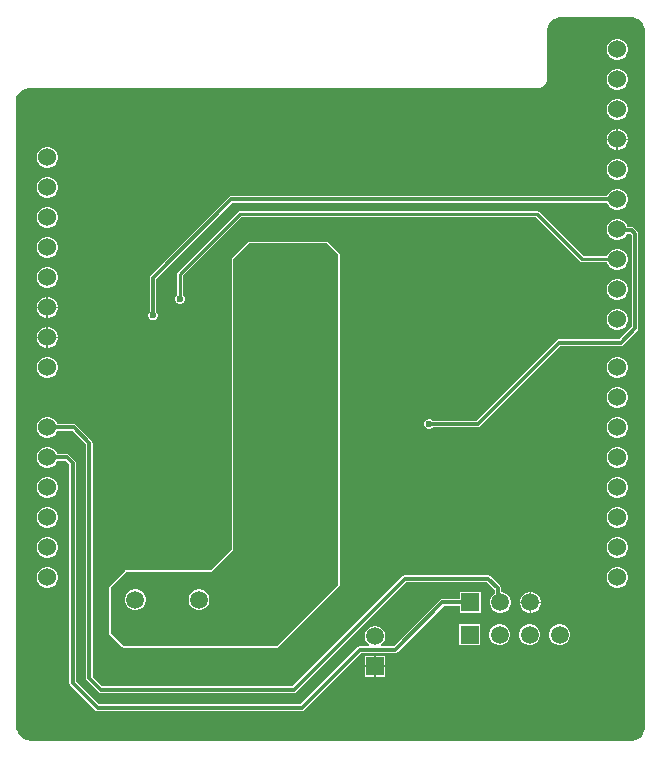
<source format=gbl>
G04*
G04 #@! TF.GenerationSoftware,Altium Limited,Altium Designer,21.2.0 (30)*
G04*
G04 Layer_Physical_Order=2*
G04 Layer_Color=16711680*
%FSLAX25Y25*%
%MOIN*%
G70*
G04*
G04 #@! TF.SameCoordinates,23E6F6A8-B4C1-47F9-9D7B-204F1C257D05*
G04*
G04*
G04 #@! TF.FilePolarity,Positive*
G04*
G01*
G75*
%ADD10C,0.00984*%
%ADD42C,0.01181*%
%ADD43C,0.05906*%
%ADD44R,0.05906X0.05906*%
%ADD45R,0.05906X0.05906*%
%ADD46C,0.06000*%
%ADD47C,0.02362*%
G36*
X206017Y240481D02*
X206823Y240147D01*
X207549Y239662D01*
X208166Y239045D01*
X208651Y238319D01*
X208985Y237513D01*
X209155Y236657D01*
Y236221D01*
Y3937D01*
Y3501D01*
X208985Y2645D01*
X208651Y1838D01*
X208166Y1113D01*
X207549Y495D01*
X206823Y11D01*
X206017Y-323D01*
X205161Y-494D01*
X4459D01*
X3398Y-283D01*
X2398Y132D01*
X1498Y733D01*
X733Y1498D01*
X132Y2398D01*
X-283Y3398D01*
X-494Y4459D01*
Y5000D01*
Y212598D01*
Y213035D01*
X-323Y213891D01*
X11Y214697D01*
X495Y215423D01*
X1113Y216040D01*
X1838Y216525D01*
X2645Y216859D01*
X3501Y217029D01*
X173228D01*
X173566Y217046D01*
X174228Y217177D01*
X174852Y217436D01*
X175413Y217811D01*
X175890Y218288D01*
X176265Y218849D01*
X176523Y219473D01*
X176655Y220135D01*
X176672Y220472D01*
Y236221D01*
Y236657D01*
X176842Y237513D01*
X177176Y238319D01*
X177661Y239045D01*
X178278Y239662D01*
X179004Y240147D01*
X179810Y240481D01*
X180666Y240651D01*
X205161D01*
X206017Y240481D01*
D02*
G37*
%LPC*%
G36*
X200461Y233500D02*
X199539D01*
X198649Y233261D01*
X197851Y232801D01*
X197199Y232149D01*
X196739Y231351D01*
X196500Y230461D01*
Y229539D01*
X196739Y228649D01*
X197199Y227851D01*
X197851Y227199D01*
X198649Y226739D01*
X199539Y226500D01*
X200461D01*
X201351Y226739D01*
X202149Y227199D01*
X202801Y227851D01*
X203261Y228649D01*
X203500Y229539D01*
Y230461D01*
X203261Y231351D01*
X202801Y232149D01*
X202149Y232801D01*
X201351Y233261D01*
X200461Y233500D01*
D02*
G37*
G36*
Y223500D02*
X199539D01*
X198649Y223261D01*
X197851Y222801D01*
X197199Y222149D01*
X196739Y221351D01*
X196500Y220461D01*
Y219539D01*
X196739Y218649D01*
X197199Y217851D01*
X197851Y217199D01*
X198649Y216739D01*
X199539Y216500D01*
X200461D01*
X201351Y216739D01*
X202149Y217199D01*
X202801Y217851D01*
X203261Y218649D01*
X203500Y219539D01*
Y220461D01*
X203261Y221351D01*
X202801Y222149D01*
X202149Y222801D01*
X201351Y223261D01*
X200461Y223500D01*
D02*
G37*
G36*
Y213500D02*
X199539D01*
X198649Y213262D01*
X197851Y212801D01*
X197199Y212149D01*
X196739Y211351D01*
X196500Y210461D01*
Y209539D01*
X196739Y208649D01*
X197199Y207851D01*
X197851Y207199D01*
X198649Y206738D01*
X199539Y206500D01*
X200461D01*
X201351Y206738D01*
X202149Y207199D01*
X202801Y207851D01*
X203261Y208649D01*
X203500Y209539D01*
Y210461D01*
X203261Y211351D01*
X202801Y212149D01*
X202149Y212801D01*
X201351Y213262D01*
X200461Y213500D01*
D02*
G37*
G36*
Y203500D02*
X200250D01*
Y200250D01*
X203500D01*
Y200461D01*
X203261Y201351D01*
X202801Y202149D01*
X202149Y202801D01*
X201351Y203261D01*
X200461Y203500D01*
D02*
G37*
G36*
X199750D02*
X199539D01*
X198649Y203261D01*
X197851Y202801D01*
X197199Y202149D01*
X196739Y201351D01*
X196500Y200461D01*
Y200250D01*
X199750D01*
Y203500D01*
D02*
G37*
G36*
X203500Y199750D02*
X200250D01*
Y196500D01*
X200461D01*
X201351Y196739D01*
X202149Y197199D01*
X202801Y197851D01*
X203261Y198649D01*
X203500Y199539D01*
Y199750D01*
D02*
G37*
G36*
X199750D02*
X196500D01*
Y199539D01*
X196739Y198649D01*
X197199Y197851D01*
X197851Y197199D01*
X198649Y196739D01*
X199539Y196500D01*
X199750D01*
Y199750D01*
D02*
G37*
G36*
X10461Y197516D02*
X9539D01*
X8649Y197277D01*
X7851Y196817D01*
X7199Y196165D01*
X6739Y195367D01*
X6500Y194476D01*
Y193555D01*
X6739Y192665D01*
X7199Y191867D01*
X7851Y191215D01*
X8649Y190754D01*
X9539Y190516D01*
X10461D01*
X11351Y190754D01*
X12149Y191215D01*
X12801Y191867D01*
X13262Y192665D01*
X13500Y193555D01*
Y194476D01*
X13262Y195367D01*
X12801Y196165D01*
X12149Y196817D01*
X11351Y197277D01*
X10461Y197516D01*
D02*
G37*
G36*
X200461Y193500D02*
X199539D01*
X198649Y193262D01*
X197851Y192801D01*
X197199Y192149D01*
X196739Y191351D01*
X196500Y190461D01*
Y189539D01*
X196739Y188649D01*
X197199Y187851D01*
X197851Y187199D01*
X198649Y186739D01*
X199539Y186500D01*
X200461D01*
X201351Y186739D01*
X202149Y187199D01*
X202801Y187851D01*
X203261Y188649D01*
X203500Y189539D01*
Y190461D01*
X203261Y191351D01*
X202801Y192149D01*
X202149Y192801D01*
X201351Y193262D01*
X200461Y193500D01*
D02*
G37*
G36*
Y183500D02*
X199539D01*
X198649Y183262D01*
X197851Y182801D01*
X197199Y182149D01*
X196739Y181351D01*
X196675Y181112D01*
X71339D01*
X71339Y181112D01*
X70913Y181027D01*
X70552Y180786D01*
X70552Y180786D01*
X44489Y154723D01*
X44248Y154362D01*
X44164Y153937D01*
X44164Y153937D01*
Y142604D01*
X43850Y142291D01*
X43595Y141673D01*
Y141004D01*
X43850Y140386D01*
X44323Y139913D01*
X44941Y139657D01*
X45610D01*
X46228Y139913D01*
X46701Y140386D01*
X46957Y141004D01*
Y141673D01*
X46701Y142291D01*
X46387Y142604D01*
Y153476D01*
X71799Y178888D01*
X196675D01*
X196739Y178649D01*
X197199Y177851D01*
X197851Y177199D01*
X198649Y176739D01*
X199539Y176500D01*
X200461D01*
X201351Y176739D01*
X202149Y177199D01*
X202801Y177851D01*
X203261Y178649D01*
X203500Y179539D01*
Y180461D01*
X203261Y181351D01*
X202801Y182149D01*
X202149Y182801D01*
X201351Y183262D01*
X200461Y183500D01*
D02*
G37*
G36*
X10461Y187516D02*
X9539D01*
X8649Y187277D01*
X7851Y186817D01*
X7199Y186165D01*
X6739Y185367D01*
X6500Y184476D01*
Y183555D01*
X6739Y182665D01*
X7199Y181867D01*
X7851Y181215D01*
X8649Y180754D01*
X9539Y180516D01*
X10461D01*
X11351Y180754D01*
X12149Y181215D01*
X12801Y181867D01*
X13262Y182665D01*
X13500Y183555D01*
Y184476D01*
X13262Y185367D01*
X12801Y186165D01*
X12149Y186817D01*
X11351Y187277D01*
X10461Y187516D01*
D02*
G37*
G36*
Y177516D02*
X9539D01*
X8649Y177277D01*
X7851Y176816D01*
X7199Y176165D01*
X6739Y175367D01*
X6500Y174477D01*
Y173555D01*
X6739Y172665D01*
X7199Y171867D01*
X7851Y171215D01*
X8649Y170754D01*
X9539Y170516D01*
X10461D01*
X11351Y170754D01*
X12149Y171215D01*
X12801Y171867D01*
X13262Y172665D01*
X13500Y173555D01*
Y174477D01*
X13262Y175367D01*
X12801Y176165D01*
X12149Y176816D01*
X11351Y177277D01*
X10461Y177516D01*
D02*
G37*
G36*
Y167516D02*
X9539D01*
X8649Y167277D01*
X7851Y166816D01*
X7199Y166165D01*
X6739Y165367D01*
X6500Y164477D01*
Y163555D01*
X6739Y162665D01*
X7199Y161867D01*
X7851Y161215D01*
X8649Y160754D01*
X9539Y160516D01*
X10461D01*
X11351Y160754D01*
X12149Y161215D01*
X12801Y161867D01*
X13262Y162665D01*
X13500Y163555D01*
Y164477D01*
X13262Y165367D01*
X12801Y166165D01*
X12149Y166816D01*
X11351Y167277D01*
X10461Y167516D01*
D02*
G37*
G36*
X173228Y176208D02*
X74410D01*
X74022Y176131D01*
X73694Y175912D01*
X53615Y155833D01*
X53396Y155505D01*
X53319Y155118D01*
Y148216D01*
X52906Y147803D01*
X52650Y147185D01*
Y146516D01*
X52906Y145898D01*
X53378Y145425D01*
X53996Y145169D01*
X54665D01*
X55283Y145425D01*
X55756Y145898D01*
X56012Y146516D01*
Y147185D01*
X55756Y147803D01*
X55342Y148216D01*
Y154699D01*
X74828Y174185D01*
X172809D01*
X187710Y159285D01*
X188038Y159065D01*
X188425Y158988D01*
X196648D01*
X196739Y158649D01*
X197199Y157851D01*
X197851Y157199D01*
X198649Y156738D01*
X199539Y156500D01*
X200461D01*
X201351Y156738D01*
X202149Y157199D01*
X202801Y157851D01*
X203261Y158649D01*
X203500Y159539D01*
Y160461D01*
X203261Y161351D01*
X202801Y162149D01*
X202149Y162801D01*
X201351Y163261D01*
X200461Y163500D01*
X199539D01*
X198649Y163261D01*
X197851Y162801D01*
X197199Y162149D01*
X196739Y161351D01*
X196648Y161012D01*
X188844D01*
X173944Y175912D01*
X173616Y176131D01*
X173228Y176208D01*
D02*
G37*
G36*
X10461Y157516D02*
X9539D01*
X8649Y157277D01*
X7851Y156816D01*
X7199Y156165D01*
X6739Y155367D01*
X6500Y154476D01*
Y153555D01*
X6739Y152665D01*
X7199Y151867D01*
X7851Y151215D01*
X8649Y150754D01*
X9539Y150516D01*
X10461D01*
X11351Y150754D01*
X12149Y151215D01*
X12801Y151867D01*
X13262Y152665D01*
X13500Y153555D01*
Y154476D01*
X13262Y155367D01*
X12801Y156165D01*
X12149Y156816D01*
X11351Y157277D01*
X10461Y157516D01*
D02*
G37*
G36*
X200461Y153500D02*
X199539D01*
X198649Y153261D01*
X197851Y152801D01*
X197199Y152149D01*
X196739Y151351D01*
X196500Y150461D01*
Y149539D01*
X196739Y148649D01*
X197199Y147851D01*
X197851Y147199D01*
X198649Y146739D01*
X199539Y146500D01*
X200461D01*
X201351Y146739D01*
X202149Y147199D01*
X202801Y147851D01*
X203261Y148649D01*
X203500Y149539D01*
Y150461D01*
X203261Y151351D01*
X202801Y152149D01*
X202149Y152801D01*
X201351Y153261D01*
X200461Y153500D01*
D02*
G37*
G36*
X10461Y147516D02*
X10250D01*
Y144266D01*
X13500D01*
Y144476D01*
X13262Y145367D01*
X12801Y146165D01*
X12149Y146817D01*
X11351Y147277D01*
X10461Y147516D01*
D02*
G37*
G36*
X9750D02*
X9539D01*
X8649Y147277D01*
X7851Y146817D01*
X7199Y146165D01*
X6739Y145367D01*
X6500Y144476D01*
Y144266D01*
X9750D01*
Y147516D01*
D02*
G37*
G36*
X13500Y143766D02*
X10250D01*
Y140516D01*
X10461D01*
X11351Y140754D01*
X12149Y141215D01*
X12801Y141867D01*
X13262Y142665D01*
X13500Y143555D01*
Y143766D01*
D02*
G37*
G36*
X9750D02*
X6500D01*
Y143555D01*
X6739Y142665D01*
X7199Y141867D01*
X7851Y141215D01*
X8649Y140754D01*
X9539Y140516D01*
X9750D01*
Y143766D01*
D02*
G37*
G36*
X200461Y143500D02*
X199539D01*
X198649Y143262D01*
X197851Y142801D01*
X197199Y142149D01*
X196739Y141351D01*
X196500Y140461D01*
Y139539D01*
X196739Y138649D01*
X197199Y137851D01*
X197851Y137199D01*
X198649Y136739D01*
X199539Y136500D01*
X200461D01*
X201351Y136739D01*
X202149Y137199D01*
X202801Y137851D01*
X203261Y138649D01*
X203500Y139539D01*
Y140461D01*
X203261Y141351D01*
X202801Y142149D01*
X202149Y142801D01*
X201351Y143262D01*
X200461Y143500D01*
D02*
G37*
G36*
X10461Y137516D02*
X10250D01*
Y134266D01*
X13500D01*
Y134476D01*
X13262Y135367D01*
X12801Y136165D01*
X12149Y136817D01*
X11351Y137277D01*
X10461Y137516D01*
D02*
G37*
G36*
X9750D02*
X9539D01*
X8649Y137277D01*
X7851Y136817D01*
X7199Y136165D01*
X6739Y135367D01*
X6500Y134476D01*
Y134266D01*
X9750D01*
Y137516D01*
D02*
G37*
G36*
X200461Y173500D02*
X199539D01*
X198649Y173261D01*
X197851Y172801D01*
X197199Y172149D01*
X196739Y171351D01*
X196500Y170461D01*
Y169539D01*
X196739Y168649D01*
X197199Y167851D01*
X197851Y167199D01*
X198649Y166738D01*
X199539Y166500D01*
X200461D01*
X201351Y166738D01*
X202149Y167199D01*
X202801Y167851D01*
X203245Y168621D01*
X204311D01*
X204794Y168139D01*
Y137469D01*
X200721Y133395D01*
X180709D01*
X180709Y133395D01*
X180283Y133311D01*
X179922Y133070D01*
X179922Y133070D01*
X153083Y106230D01*
X138667D01*
X138354Y106543D01*
X137736Y106799D01*
X137067D01*
X136449Y106543D01*
X135976Y106070D01*
X135721Y105453D01*
Y104784D01*
X135976Y104166D01*
X136449Y103693D01*
X137067Y103437D01*
X137736D01*
X138354Y103693D01*
X138667Y104006D01*
X153543D01*
X153543Y104006D01*
X153969Y104091D01*
X154330Y104332D01*
X181169Y131172D01*
X201181D01*
X201181Y131172D01*
X201607Y131256D01*
X201967Y131497D01*
X206692Y136222D01*
X206933Y136582D01*
X207017Y137008D01*
X207017Y137008D01*
Y168599D01*
X207017Y168599D01*
X206933Y169025D01*
X206692Y169386D01*
X205558Y170520D01*
X205197Y170761D01*
X204772Y170845D01*
X204772Y170845D01*
X203397D01*
X203261Y171351D01*
X202801Y172149D01*
X202149Y172801D01*
X201351Y173261D01*
X200461Y173500D01*
D02*
G37*
G36*
X13500Y133766D02*
X10250D01*
Y130516D01*
X10461D01*
X11351Y130754D01*
X12149Y131215D01*
X12801Y131867D01*
X13262Y132665D01*
X13500Y133555D01*
Y133766D01*
D02*
G37*
G36*
X9750D02*
X6500D01*
Y133555D01*
X6739Y132665D01*
X7199Y131867D01*
X7851Y131215D01*
X8649Y130754D01*
X9539Y130516D01*
X9750D01*
Y133766D01*
D02*
G37*
G36*
X200461Y127516D02*
X199539D01*
X198649Y127277D01*
X197851Y126816D01*
X197199Y126165D01*
X196739Y125367D01*
X196500Y124477D01*
Y123555D01*
X196739Y122665D01*
X197199Y121867D01*
X197851Y121215D01*
X198649Y120754D01*
X199539Y120516D01*
X200461D01*
X201351Y120754D01*
X202149Y121215D01*
X202801Y121867D01*
X203261Y122665D01*
X203500Y123555D01*
Y124477D01*
X203261Y125367D01*
X202801Y126165D01*
X202149Y126816D01*
X201351Y127277D01*
X200461Y127516D01*
D02*
G37*
G36*
X10461D02*
X9539D01*
X8649Y127277D01*
X7851Y126816D01*
X7199Y126165D01*
X6739Y125367D01*
X6500Y124477D01*
Y123555D01*
X6739Y122665D01*
X7199Y121867D01*
X7851Y121215D01*
X8649Y120754D01*
X9539Y120516D01*
X10461D01*
X11351Y120754D01*
X12149Y121215D01*
X12801Y121867D01*
X13262Y122665D01*
X13500Y123555D01*
Y124477D01*
X13262Y125367D01*
X12801Y126165D01*
X12149Y126816D01*
X11351Y127277D01*
X10461Y127516D01*
D02*
G37*
G36*
X200461Y117516D02*
X199539D01*
X198649Y117277D01*
X197851Y116816D01*
X197199Y116165D01*
X196739Y115367D01*
X196500Y114477D01*
Y113555D01*
X196739Y112665D01*
X197199Y111867D01*
X197851Y111215D01*
X198649Y110754D01*
X199539Y110516D01*
X200461D01*
X201351Y110754D01*
X202149Y111215D01*
X202801Y111867D01*
X203261Y112665D01*
X203500Y113555D01*
Y114477D01*
X203261Y115367D01*
X202801Y116165D01*
X202149Y116816D01*
X201351Y117277D01*
X200461Y117516D01*
D02*
G37*
G36*
Y107516D02*
X199539D01*
X198649Y107277D01*
X197851Y106816D01*
X197199Y106165D01*
X196739Y105367D01*
X196500Y104476D01*
Y103555D01*
X196739Y102665D01*
X197199Y101867D01*
X197851Y101215D01*
X198649Y100754D01*
X199539Y100516D01*
X200461D01*
X201351Y100754D01*
X202149Y101215D01*
X202801Y101867D01*
X203261Y102665D01*
X203500Y103555D01*
Y104476D01*
X203261Y105367D01*
X202801Y106165D01*
X202149Y106816D01*
X201351Y107277D01*
X200461Y107516D01*
D02*
G37*
G36*
Y97516D02*
X199539D01*
X198649Y97277D01*
X197851Y96816D01*
X197199Y96165D01*
X196739Y95367D01*
X196500Y94476D01*
Y93555D01*
X196739Y92665D01*
X197199Y91867D01*
X197851Y91215D01*
X198649Y90754D01*
X199539Y90516D01*
X200461D01*
X201351Y90754D01*
X202149Y91215D01*
X202801Y91867D01*
X203261Y92665D01*
X203500Y93555D01*
Y94476D01*
X203261Y95367D01*
X202801Y96165D01*
X202149Y96816D01*
X201351Y97277D01*
X200461Y97516D01*
D02*
G37*
G36*
Y87516D02*
X199539D01*
X198649Y87277D01*
X197851Y86816D01*
X197199Y86165D01*
X196739Y85367D01*
X196500Y84477D01*
Y83555D01*
X196739Y82665D01*
X197199Y81867D01*
X197851Y81215D01*
X198649Y80754D01*
X199539Y80516D01*
X200461D01*
X201351Y80754D01*
X202149Y81215D01*
X202801Y81867D01*
X203261Y82665D01*
X203500Y83555D01*
Y84477D01*
X203261Y85367D01*
X202801Y86165D01*
X202149Y86816D01*
X201351Y87277D01*
X200461Y87516D01*
D02*
G37*
G36*
X10461D02*
X9539D01*
X8649Y87277D01*
X7851Y86816D01*
X7199Y86165D01*
X6739Y85367D01*
X6500Y84477D01*
Y83555D01*
X6739Y82665D01*
X7199Y81867D01*
X7851Y81215D01*
X8649Y80754D01*
X9539Y80516D01*
X10461D01*
X11351Y80754D01*
X12149Y81215D01*
X12801Y81867D01*
X13262Y82665D01*
X13500Y83555D01*
Y84477D01*
X13262Y85367D01*
X12801Y86165D01*
X12149Y86816D01*
X11351Y87277D01*
X10461Y87516D01*
D02*
G37*
G36*
X200461Y77516D02*
X199539D01*
X198649Y77277D01*
X197851Y76816D01*
X197199Y76165D01*
X196739Y75367D01*
X196500Y74476D01*
Y73555D01*
X196739Y72665D01*
X197199Y71867D01*
X197851Y71215D01*
X198649Y70754D01*
X199539Y70516D01*
X200461D01*
X201351Y70754D01*
X202149Y71215D01*
X202801Y71867D01*
X203261Y72665D01*
X203500Y73555D01*
Y74476D01*
X203261Y75367D01*
X202801Y76165D01*
X202149Y76816D01*
X201351Y77277D01*
X200461Y77516D01*
D02*
G37*
G36*
X10461D02*
X9539D01*
X8649Y77277D01*
X7851Y76816D01*
X7199Y76165D01*
X6739Y75367D01*
X6500Y74476D01*
Y73555D01*
X6739Y72665D01*
X7199Y71867D01*
X7851Y71215D01*
X8649Y70754D01*
X9539Y70516D01*
X10461D01*
X11351Y70754D01*
X12149Y71215D01*
X12801Y71867D01*
X13262Y72665D01*
X13500Y73555D01*
Y74476D01*
X13262Y75367D01*
X12801Y76165D01*
X12149Y76816D01*
X11351Y77277D01*
X10461Y77516D01*
D02*
G37*
G36*
X200461Y67516D02*
X199539D01*
X198649Y67277D01*
X197851Y66816D01*
X197199Y66165D01*
X196739Y65367D01*
X196500Y64477D01*
Y63555D01*
X196739Y62665D01*
X197199Y61867D01*
X197851Y61215D01*
X198649Y60754D01*
X199539Y60516D01*
X200461D01*
X201351Y60754D01*
X202149Y61215D01*
X202801Y61867D01*
X203261Y62665D01*
X203500Y63555D01*
Y64477D01*
X203261Y65367D01*
X202801Y66165D01*
X202149Y66816D01*
X201351Y67277D01*
X200461Y67516D01*
D02*
G37*
G36*
X10461D02*
X9539D01*
X8649Y67277D01*
X7851Y66816D01*
X7199Y66165D01*
X6739Y65367D01*
X6500Y64477D01*
Y63555D01*
X6739Y62665D01*
X7199Y61867D01*
X7851Y61215D01*
X8649Y60754D01*
X9539Y60516D01*
X10461D01*
X11351Y60754D01*
X12149Y61215D01*
X12801Y61867D01*
X13262Y62665D01*
X13500Y63555D01*
Y64477D01*
X13262Y65367D01*
X12801Y66165D01*
X12149Y66816D01*
X11351Y67277D01*
X10461Y67516D01*
D02*
G37*
G36*
X103150Y165896D02*
X103149Y165896D01*
X77165Y165895D01*
X76783Y165737D01*
X76783Y165737D01*
X71665Y160619D01*
X71506Y160236D01*
X71506Y160236D01*
X71506Y63216D01*
X64736Y56447D01*
X36220D01*
X36208Y56442D01*
X36196Y56446D01*
X36019Y56363D01*
X35838Y56288D01*
X35833Y56276D01*
X35821Y56270D01*
X31695Y51752D01*
X30720Y50776D01*
X30561Y50394D01*
X30561Y50394D01*
X30561Y35433D01*
X30561Y35433D01*
X30720Y35050D01*
X35050Y30720D01*
X35433Y30561D01*
X35433Y30561D01*
X86614D01*
X86997Y30720D01*
X107469Y51192D01*
X107628Y51575D01*
X107628Y51575D01*
X107628Y161417D01*
X107628Y161417D01*
X107469Y161800D01*
X107469Y161800D01*
X103532Y165737D01*
X103150Y165896D01*
D02*
G37*
G36*
X200461Y57516D02*
X199539D01*
X198649Y57277D01*
X197851Y56816D01*
X197199Y56165D01*
X196739Y55367D01*
X196500Y54476D01*
Y53555D01*
X196739Y52665D01*
X197199Y51867D01*
X197851Y51215D01*
X198649Y50754D01*
X199539Y50516D01*
X200461D01*
X201351Y50754D01*
X202149Y51215D01*
X202801Y51867D01*
X203261Y52665D01*
X203500Y53555D01*
Y54476D01*
X203261Y55367D01*
X202801Y56165D01*
X202149Y56816D01*
X201351Y57277D01*
X200461Y57516D01*
D02*
G37*
G36*
X10461D02*
X9539D01*
X8649Y57277D01*
X7851Y56816D01*
X7199Y56165D01*
X6739Y55367D01*
X6500Y54476D01*
Y53555D01*
X6739Y52665D01*
X7199Y51867D01*
X7851Y51215D01*
X8649Y50754D01*
X9539Y50516D01*
X10461D01*
X11351Y50754D01*
X12149Y51215D01*
X12801Y51867D01*
X13262Y52665D01*
X13500Y53555D01*
Y54476D01*
X13262Y55367D01*
X12801Y56165D01*
X12149Y56816D01*
X11351Y57277D01*
X10461Y57516D01*
D02*
G37*
G36*
X171478Y49122D02*
X171274D01*
Y45919D01*
X174476D01*
Y46124D01*
X174241Y47002D01*
X173786Y47789D01*
X173144Y48432D01*
X172356Y48887D01*
X171478Y49122D01*
D02*
G37*
G36*
X170774D02*
X170569D01*
X169691Y48887D01*
X168904Y48432D01*
X168261Y47789D01*
X167806Y47002D01*
X167571Y46124D01*
Y45919D01*
X170774D01*
Y49122D01*
D02*
G37*
G36*
X174476Y45419D02*
X171274D01*
Y42217D01*
X171478D01*
X172356Y42452D01*
X173144Y42906D01*
X173786Y43549D01*
X174241Y44337D01*
X174476Y45215D01*
Y45419D01*
D02*
G37*
G36*
X170774D02*
X167571D01*
Y45215D01*
X167806Y44337D01*
X168261Y43549D01*
X168904Y42906D01*
X169691Y42452D01*
X170569Y42217D01*
X170774D01*
Y45419D01*
D02*
G37*
G36*
X10461Y107516D02*
X9539D01*
X8649Y107277D01*
X7851Y106816D01*
X7199Y106165D01*
X6739Y105367D01*
X6500Y104476D01*
Y103555D01*
X6739Y102665D01*
X7199Y101867D01*
X7851Y101215D01*
X8649Y100754D01*
X9539Y100516D01*
X10461D01*
X11351Y100754D01*
X12149Y101215D01*
X12801Y101867D01*
X13262Y102665D01*
X13326Y102904D01*
X18358D01*
X22904Y98358D01*
Y20472D01*
X22904Y20472D01*
X22988Y20047D01*
X23230Y19686D01*
X27167Y15749D01*
X27167Y15749D01*
X27527Y15508D01*
X27953Y15424D01*
X92126D01*
X92126Y15424D01*
X92551Y15508D01*
X92912Y15749D01*
X129594Y52431D01*
X156626D01*
X159124Y49933D01*
Y48560D01*
X158904Y48432D01*
X158261Y47789D01*
X157806Y47002D01*
X157571Y46124D01*
Y45215D01*
X157806Y44337D01*
X158261Y43549D01*
X158904Y42906D01*
X159691Y42452D01*
X160569Y42217D01*
X161478D01*
X162356Y42452D01*
X163144Y42906D01*
X163786Y43549D01*
X164241Y44337D01*
X164476Y45215D01*
Y46124D01*
X164241Y47002D01*
X163786Y47789D01*
X163144Y48432D01*
X162356Y48887D01*
X161478Y49122D01*
X161348D01*
Y50394D01*
X161264Y50819D01*
X161022Y51180D01*
X157873Y54330D01*
X157512Y54571D01*
X157087Y54655D01*
X157087Y54655D01*
X129134D01*
X129134Y54655D01*
X128708Y54571D01*
X128348Y54330D01*
X128348Y54330D01*
X91665Y17647D01*
X28413D01*
X25128Y20933D01*
Y98819D01*
X25128Y98819D01*
X25043Y99244D01*
X24802Y99605D01*
X19605Y104802D01*
X19244Y105043D01*
X18819Y105128D01*
X18819Y105128D01*
X13326D01*
X13262Y105367D01*
X12801Y106165D01*
X12149Y106816D01*
X11351Y107277D01*
X10461Y107516D01*
D02*
G37*
G36*
Y97516D02*
X9539D01*
X8649Y97277D01*
X7851Y96816D01*
X7199Y96165D01*
X6739Y95367D01*
X6500Y94476D01*
Y93555D01*
X6739Y92665D01*
X7199Y91867D01*
X7851Y91215D01*
X8649Y90754D01*
X9539Y90516D01*
X10461D01*
X11351Y90754D01*
X12149Y91215D01*
X12801Y91867D01*
X13262Y92665D01*
X13326Y92904D01*
X16154D01*
X17392Y91665D01*
Y18898D01*
X17392Y18898D01*
X17477Y18472D01*
X17718Y18111D01*
X25985Y9844D01*
X25985Y9844D01*
X26346Y9603D01*
X26772Y9518D01*
X26772Y9518D01*
X94882D01*
X94882Y9518D01*
X95307Y9603D01*
X95668Y9844D01*
X114634Y28809D01*
X125984D01*
X125984Y28809D01*
X126410Y28894D01*
X126770Y29135D01*
X142193Y44557D01*
X147571D01*
Y42217D01*
X154476D01*
Y49122D01*
X147571D01*
Y46781D01*
X141732D01*
X141732Y46781D01*
X141307Y46697D01*
X140946Y46455D01*
X140946Y46455D01*
X125524Y31033D01*
X121349D01*
X121215Y31533D01*
X121411Y31647D01*
X122054Y32289D01*
X122509Y33077D01*
X122744Y33955D01*
Y34864D01*
X122509Y35742D01*
X122054Y36529D01*
X121411Y37172D01*
X120624Y37627D01*
X119746Y37862D01*
X118837D01*
X117959Y37627D01*
X117171Y37172D01*
X116528Y36529D01*
X116074Y35742D01*
X115839Y34864D01*
Y33955D01*
X116074Y33077D01*
X116528Y32289D01*
X117171Y31647D01*
X117368Y31533D01*
X117234Y31033D01*
X114173D01*
X113748Y30948D01*
X113387Y30707D01*
X113387Y30707D01*
X94421Y11742D01*
X27232D01*
X19616Y19358D01*
Y92126D01*
X19616Y92126D01*
X19531Y92551D01*
X19290Y92912D01*
X17400Y94802D01*
X17040Y95043D01*
X16614Y95128D01*
X16614Y95128D01*
X13326D01*
X13262Y95367D01*
X12801Y96165D01*
X12149Y96816D01*
X11351Y97277D01*
X10461Y97516D01*
D02*
G37*
G36*
X181242Y38334D02*
X180333D01*
X179455Y38098D01*
X178667Y37644D01*
X178024Y37001D01*
X177570Y36214D01*
X177335Y35335D01*
Y34426D01*
X177570Y33548D01*
X178024Y32761D01*
X178667Y32118D01*
X179455Y31663D01*
X180333Y31428D01*
X181242D01*
X182120Y31663D01*
X182907Y32118D01*
X183550Y32761D01*
X184005Y33548D01*
X184240Y34426D01*
Y35335D01*
X184005Y36214D01*
X183550Y37001D01*
X182907Y37644D01*
X182120Y38098D01*
X181242Y38334D01*
D02*
G37*
G36*
X171242D02*
X170333D01*
X169455Y38098D01*
X168667Y37644D01*
X168025Y37001D01*
X167570Y36214D01*
X167335Y35335D01*
Y34426D01*
X167570Y33548D01*
X168025Y32761D01*
X168667Y32118D01*
X169455Y31663D01*
X170333Y31428D01*
X171242D01*
X172120Y31663D01*
X172907Y32118D01*
X173550Y32761D01*
X174005Y33548D01*
X174240Y34426D01*
Y35335D01*
X174005Y36214D01*
X173550Y37001D01*
X172907Y37644D01*
X172120Y38098D01*
X171242Y38334D01*
D02*
G37*
G36*
X161242D02*
X160333D01*
X159455Y38098D01*
X158667Y37644D01*
X158025Y37001D01*
X157570Y36214D01*
X157335Y35335D01*
Y34426D01*
X157570Y33548D01*
X158025Y32761D01*
X158667Y32118D01*
X159455Y31663D01*
X160333Y31428D01*
X161242D01*
X162120Y31663D01*
X162907Y32118D01*
X163550Y32761D01*
X164005Y33548D01*
X164240Y34426D01*
Y35335D01*
X164005Y36214D01*
X163550Y37001D01*
X162907Y37644D01*
X162120Y38098D01*
X161242Y38334D01*
D02*
G37*
G36*
X154240D02*
X147335D01*
Y31428D01*
X154240D01*
Y38334D01*
D02*
G37*
G36*
X122744Y27862D02*
X119541D01*
Y24659D01*
X122744D01*
Y27862D01*
D02*
G37*
G36*
X119041D02*
X115839D01*
Y24659D01*
X119041D01*
Y27862D01*
D02*
G37*
G36*
X122744Y24160D02*
X119541D01*
Y20957D01*
X122744D01*
Y24160D01*
D02*
G37*
G36*
X119041D02*
X115839D01*
Y20957D01*
X119041D01*
Y24160D01*
D02*
G37*
%LPD*%
G36*
X107087Y161417D02*
X107087Y51575D01*
X86614Y31102D01*
X35433D01*
X31102Y35433D01*
X31102Y50394D01*
X32087Y51378D01*
X36220Y55905D01*
X64961D01*
X72047Y62992D01*
X72047Y160236D01*
X77165Y165354D01*
X103150Y165354D01*
X107087Y161417D01*
D02*
G37*
%LPC*%
G36*
X61085Y50067D02*
X60175D01*
X59297Y49832D01*
X58510Y49377D01*
X57867Y48734D01*
X57412Y47947D01*
X57177Y47069D01*
Y46160D01*
X57412Y45281D01*
X57867Y44494D01*
X58510Y43851D01*
X59297Y43397D01*
X60175Y43161D01*
X61085D01*
X61963Y43397D01*
X62750Y43851D01*
X63393Y44494D01*
X63847Y45281D01*
X64083Y46160D01*
Y47069D01*
X63847Y47947D01*
X63393Y48734D01*
X62750Y49377D01*
X61963Y49832D01*
X61085Y50067D01*
D02*
G37*
G36*
X39825Y50067D02*
X38916D01*
X38037Y49832D01*
X37250Y49377D01*
X36607Y48734D01*
X36153Y47947D01*
X35917Y47069D01*
Y46160D01*
X36153Y45281D01*
X36607Y44494D01*
X37250Y43851D01*
X38037Y43397D01*
X38916Y43161D01*
X39825D01*
X40703Y43397D01*
X41490Y43851D01*
X42133Y44494D01*
X42588Y45281D01*
X42823Y46160D01*
Y47069D01*
X42588Y47947D01*
X42133Y48734D01*
X41490Y49377D01*
X40703Y49832D01*
X39825Y50067D01*
D02*
G37*
%LPD*%
D10*
X188425Y160000D02*
X200000D01*
X173228Y175197D02*
X188425Y160000D01*
X74410Y175197D02*
X173228D01*
X54331Y155118D02*
X74410Y175197D01*
X54331Y146850D02*
Y155118D01*
D42*
X137402Y105118D02*
X153543D01*
X180709Y132283D01*
X200000Y170000D02*
X200267Y169733D01*
X204772D01*
X205906Y168599D01*
Y137008D02*
Y168599D01*
X201181Y132283D02*
X205906Y137008D01*
X180709Y132283D02*
X201181D01*
X71339Y180000D02*
X200000D01*
X45276Y153937D02*
X71339Y180000D01*
X45276Y141339D02*
Y153937D01*
X160236Y46457D02*
Y50394D01*
Y46457D02*
X161024Y45669D01*
X157087Y53543D02*
X160236Y50394D01*
X129134Y53543D02*
X157087D01*
X10472Y103543D02*
X10945Y104016D01*
X92126Y16535D02*
X129134Y53543D01*
X27953Y16535D02*
X92126D01*
X24016Y20472D02*
X27953Y16535D01*
X24016Y20472D02*
Y98819D01*
X18819Y104016D02*
X24016Y98819D01*
X10945Y104016D02*
X18819D01*
X10000D02*
X10472Y103543D01*
X16614Y94016D02*
X18504Y92126D01*
X10000Y94016D02*
X16614D01*
X18504Y18898D02*
Y92126D01*
Y18898D02*
X26772Y10630D01*
X94882D01*
X114173Y29921D01*
X125984D01*
X141732Y45669D01*
X151024D01*
D43*
X180787Y34881D02*
D03*
X170787D02*
D03*
X160787D02*
D03*
X39370Y46614D02*
D03*
Y36614D02*
D03*
X60630Y46614D02*
D03*
Y36614D02*
D03*
X119291Y34409D02*
D03*
X171024Y45669D02*
D03*
X161024D02*
D03*
X81890Y36614D02*
D03*
D44*
X150787Y34881D02*
D03*
X151024Y45669D02*
D03*
D45*
X39370Y26614D02*
D03*
X60630Y26614D02*
D03*
X119291Y24409D02*
D03*
X81890Y26614D02*
D03*
D46*
X10000Y194016D02*
D03*
X200000Y124016D02*
D03*
Y94016D02*
D03*
Y230000D02*
D03*
Y220000D02*
D03*
Y210000D02*
D03*
Y200000D02*
D03*
Y190000D02*
D03*
Y180000D02*
D03*
Y170000D02*
D03*
Y160000D02*
D03*
Y150000D02*
D03*
Y140000D02*
D03*
Y114016D02*
D03*
Y104016D02*
D03*
Y84016D02*
D03*
Y74016D02*
D03*
Y64016D02*
D03*
Y54016D02*
D03*
X10000Y184016D02*
D03*
Y174016D02*
D03*
Y164016D02*
D03*
Y154016D02*
D03*
Y144016D02*
D03*
Y134016D02*
D03*
Y104016D02*
D03*
Y94016D02*
D03*
Y84016D02*
D03*
Y74016D02*
D03*
Y64016D02*
D03*
Y124016D02*
D03*
Y54016D02*
D03*
D47*
X32677Y187008D02*
D03*
Y92520D02*
D03*
X56299Y202756D02*
D03*
X190551Y138976D02*
D03*
X190157Y170866D02*
D03*
X205906Y187008D02*
D03*
Y124016D02*
D03*
X198031Y45276D02*
D03*
Y13780D02*
D03*
X190157Y218504D02*
D03*
X182283Y202756D02*
D03*
X190157Y187008D02*
D03*
Y155512D02*
D03*
Y124016D02*
D03*
X182283Y108268D02*
D03*
X190157Y92520D02*
D03*
X182283Y76772D02*
D03*
X190157Y61024D02*
D03*
X166535Y202756D02*
D03*
X174409Y187008D02*
D03*
Y155512D02*
D03*
Y92520D02*
D03*
X166535Y76772D02*
D03*
X174409Y61024D02*
D03*
X166535Y13780D02*
D03*
X150787Y202756D02*
D03*
X158661Y187008D02*
D03*
X150787Y171260D02*
D03*
Y139764D02*
D03*
X158661Y124016D02*
D03*
Y92520D02*
D03*
X150787Y76772D02*
D03*
X158661Y61024D02*
D03*
X150787Y13780D02*
D03*
X142913Y187008D02*
D03*
X135039Y139764D02*
D03*
X142913Y124016D02*
D03*
Y92520D02*
D03*
X135039Y76772D02*
D03*
X142913Y61024D02*
D03*
Y29528D02*
D03*
X135039Y13780D02*
D03*
X119291Y202756D02*
D03*
Y108268D02*
D03*
X127165Y92520D02*
D03*
X119291Y76772D02*
D03*
X127165Y61024D02*
D03*
X119291Y13780D02*
D03*
X103543Y202756D02*
D03*
X111417Y187008D02*
D03*
Y124016D02*
D03*
Y92520D02*
D03*
X103543Y13780D02*
D03*
X87795Y202756D02*
D03*
X95669Y187008D02*
D03*
Y29528D02*
D03*
X87795Y13780D02*
D03*
X72047Y202756D02*
D03*
X79921Y187008D02*
D03*
X64173D02*
D03*
X56299Y171260D02*
D03*
X64173Y92520D02*
D03*
X56299Y76772D02*
D03*
Y13780D02*
D03*
X40551Y202756D02*
D03*
X48425Y187008D02*
D03*
X40551Y171260D02*
D03*
Y139764D02*
D03*
X48425Y124016D02*
D03*
Y92520D02*
D03*
X40551Y76772D02*
D03*
X48425Y61024D02*
D03*
X40551Y13780D02*
D03*
X24803Y202756D02*
D03*
Y171260D02*
D03*
X32677Y155512D02*
D03*
X24803Y139764D02*
D03*
X32677Y124016D02*
D03*
X9055Y202756D02*
D03*
X16929Y187008D02*
D03*
Y155512D02*
D03*
Y124016D02*
D03*
X9055Y13780D02*
D03*
X83858Y162598D02*
D03*
X77953D02*
D03*
X73622Y157874D02*
D03*
X96457Y159449D02*
D03*
X102756Y162598D02*
D03*
X90551D02*
D03*
X127953Y157480D02*
D03*
X137402Y105118D02*
D03*
X161417Y133465D02*
D03*
X45276Y141339D02*
D03*
X54331Y146850D02*
D03*
X69291Y130315D02*
D03*
X184646Y22047D02*
D03*
X162205Y153150D02*
D03*
M02*

</source>
